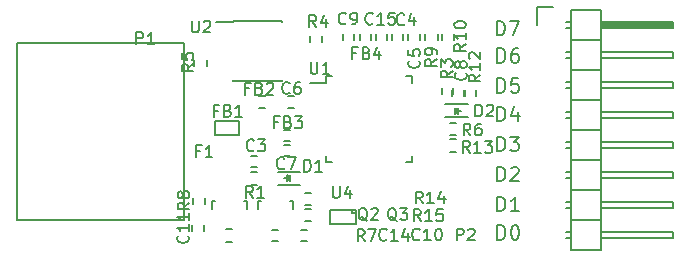
<source format=gbr>
G04 #@! TF.FileFunction,Legend,Top*
%FSLAX46Y46*%
G04 Gerber Fmt 4.6, Leading zero omitted, Abs format (unit mm)*
G04 Created by KiCad (PCBNEW 4.0.1-stable) date 25/01/2016 21:34:26*
%MOMM*%
G01*
G04 APERTURE LIST*
%ADD10C,0.150000*%
%ADD11C,0.200000*%
G04 APERTURE END LIST*
D10*
D11*
X181613286Y-104428857D02*
X181613286Y-103228857D01*
X181899001Y-103228857D01*
X182070429Y-103286000D01*
X182184715Y-103400286D01*
X182241858Y-103514571D01*
X182299001Y-103743143D01*
X182299001Y-103914571D01*
X182241858Y-104143143D01*
X182184715Y-104257429D01*
X182070429Y-104371714D01*
X181899001Y-104428857D01*
X181613286Y-104428857D01*
X183041858Y-103228857D02*
X183156143Y-103228857D01*
X183270429Y-103286000D01*
X183327572Y-103343143D01*
X183384715Y-103457429D01*
X183441858Y-103686000D01*
X183441858Y-103971714D01*
X183384715Y-104200286D01*
X183327572Y-104314571D01*
X183270429Y-104371714D01*
X183156143Y-104428857D01*
X183041858Y-104428857D01*
X182927572Y-104371714D01*
X182870429Y-104314571D01*
X182813286Y-104200286D01*
X182756143Y-103971714D01*
X182756143Y-103686000D01*
X182813286Y-103457429D01*
X182870429Y-103343143D01*
X182927572Y-103286000D01*
X183041858Y-103228857D01*
X181613286Y-102015857D02*
X181613286Y-100815857D01*
X181899001Y-100815857D01*
X182070429Y-100873000D01*
X182184715Y-100987286D01*
X182241858Y-101101571D01*
X182299001Y-101330143D01*
X182299001Y-101501571D01*
X182241858Y-101730143D01*
X182184715Y-101844429D01*
X182070429Y-101958714D01*
X181899001Y-102015857D01*
X181613286Y-102015857D01*
X183441858Y-102015857D02*
X182756143Y-102015857D01*
X183099001Y-102015857D02*
X183099001Y-100815857D01*
X182984715Y-100987286D01*
X182870429Y-101101571D01*
X182756143Y-101158714D01*
X181613286Y-99475857D02*
X181613286Y-98275857D01*
X181899001Y-98275857D01*
X182070429Y-98333000D01*
X182184715Y-98447286D01*
X182241858Y-98561571D01*
X182299001Y-98790143D01*
X182299001Y-98961571D01*
X182241858Y-99190143D01*
X182184715Y-99304429D01*
X182070429Y-99418714D01*
X181899001Y-99475857D01*
X181613286Y-99475857D01*
X182756143Y-98390143D02*
X182813286Y-98333000D01*
X182927572Y-98275857D01*
X183213286Y-98275857D01*
X183327572Y-98333000D01*
X183384715Y-98390143D01*
X183441858Y-98504429D01*
X183441858Y-98618714D01*
X183384715Y-98790143D01*
X182699001Y-99475857D01*
X183441858Y-99475857D01*
X181613286Y-96935857D02*
X181613286Y-95735857D01*
X181899001Y-95735857D01*
X182070429Y-95793000D01*
X182184715Y-95907286D01*
X182241858Y-96021571D01*
X182299001Y-96250143D01*
X182299001Y-96421571D01*
X182241858Y-96650143D01*
X182184715Y-96764429D01*
X182070429Y-96878714D01*
X181899001Y-96935857D01*
X181613286Y-96935857D01*
X182699001Y-95735857D02*
X183441858Y-95735857D01*
X183041858Y-96193000D01*
X183213286Y-96193000D01*
X183327572Y-96250143D01*
X183384715Y-96307286D01*
X183441858Y-96421571D01*
X183441858Y-96707286D01*
X183384715Y-96821571D01*
X183327572Y-96878714D01*
X183213286Y-96935857D01*
X182870429Y-96935857D01*
X182756143Y-96878714D01*
X182699001Y-96821571D01*
X181613286Y-94395857D02*
X181613286Y-93195857D01*
X181899001Y-93195857D01*
X182070429Y-93253000D01*
X182184715Y-93367286D01*
X182241858Y-93481571D01*
X182299001Y-93710143D01*
X182299001Y-93881571D01*
X182241858Y-94110143D01*
X182184715Y-94224429D01*
X182070429Y-94338714D01*
X181899001Y-94395857D01*
X181613286Y-94395857D01*
X183327572Y-93595857D02*
X183327572Y-94395857D01*
X183041858Y-93138714D02*
X182756143Y-93995857D01*
X183499001Y-93995857D01*
X181613286Y-91982857D02*
X181613286Y-90782857D01*
X181899001Y-90782857D01*
X182070429Y-90840000D01*
X182184715Y-90954286D01*
X182241858Y-91068571D01*
X182299001Y-91297143D01*
X182299001Y-91468571D01*
X182241858Y-91697143D01*
X182184715Y-91811429D01*
X182070429Y-91925714D01*
X181899001Y-91982857D01*
X181613286Y-91982857D01*
X183384715Y-90782857D02*
X182813286Y-90782857D01*
X182756143Y-91354286D01*
X182813286Y-91297143D01*
X182927572Y-91240000D01*
X183213286Y-91240000D01*
X183327572Y-91297143D01*
X183384715Y-91354286D01*
X183441858Y-91468571D01*
X183441858Y-91754286D01*
X183384715Y-91868571D01*
X183327572Y-91925714D01*
X183213286Y-91982857D01*
X182927572Y-91982857D01*
X182813286Y-91925714D01*
X182756143Y-91868571D01*
X181613286Y-89442857D02*
X181613286Y-88242857D01*
X181899001Y-88242857D01*
X182070429Y-88300000D01*
X182184715Y-88414286D01*
X182241858Y-88528571D01*
X182299001Y-88757143D01*
X182299001Y-88928571D01*
X182241858Y-89157143D01*
X182184715Y-89271429D01*
X182070429Y-89385714D01*
X181899001Y-89442857D01*
X181613286Y-89442857D01*
X183327572Y-88242857D02*
X183099001Y-88242857D01*
X182984715Y-88300000D01*
X182927572Y-88357143D01*
X182813286Y-88528571D01*
X182756143Y-88757143D01*
X182756143Y-89214286D01*
X182813286Y-89328571D01*
X182870429Y-89385714D01*
X182984715Y-89442857D01*
X183213286Y-89442857D01*
X183327572Y-89385714D01*
X183384715Y-89328571D01*
X183441858Y-89214286D01*
X183441858Y-88928571D01*
X183384715Y-88814286D01*
X183327572Y-88757143D01*
X183213286Y-88700000D01*
X182984715Y-88700000D01*
X182870429Y-88757143D01*
X182813286Y-88814286D01*
X182756143Y-88928571D01*
X181587886Y-87131457D02*
X181587886Y-85931457D01*
X181873601Y-85931457D01*
X182045029Y-85988600D01*
X182159315Y-86102886D01*
X182216458Y-86217171D01*
X182273601Y-86445743D01*
X182273601Y-86617171D01*
X182216458Y-86845743D01*
X182159315Y-86960029D01*
X182045029Y-87074314D01*
X181873601Y-87131457D01*
X181587886Y-87131457D01*
X182673601Y-85931457D02*
X183473601Y-85931457D01*
X182959315Y-87131457D01*
D10*
X155069120Y-102743860D02*
X140972120Y-102743860D01*
X140972120Y-87757860D02*
X155069120Y-87757860D01*
X155069120Y-102743860D02*
X155069120Y-87757860D01*
X140972120Y-102743860D02*
X140972120Y-87757860D01*
X161286000Y-97315000D02*
X160786000Y-97315000D01*
X160786000Y-98265000D02*
X161286000Y-98265000D01*
X172689500Y-87062500D02*
X172689500Y-87562500D01*
X173639500Y-87562500D02*
X173639500Y-87062500D01*
X174086500Y-87062500D02*
X174086500Y-87562500D01*
X175036500Y-87562500D02*
X175036500Y-87062500D01*
X164397500Y-92298500D02*
X163897500Y-92298500D01*
X163897500Y-93248500D02*
X164397500Y-93248500D01*
X163580000Y-97376000D02*
X164080000Y-97376000D01*
X164080000Y-96426000D02*
X163580000Y-96426000D01*
X176944000Y-91571000D02*
X176944000Y-92071000D01*
X177894000Y-92071000D02*
X177894000Y-91571000D01*
X168562000Y-87062500D02*
X168562000Y-87562500D01*
X169512000Y-87562500D02*
X169512000Y-87062500D01*
X165477000Y-103601500D02*
X164977000Y-103601500D01*
X164977000Y-104551500D02*
X165477000Y-104551500D01*
X155798500Y-103191500D02*
X155798500Y-103691500D01*
X156748500Y-103691500D02*
X156748500Y-103191500D01*
X164930000Y-98700500D02*
X163030000Y-98700500D01*
X164930000Y-99800500D02*
X163030000Y-99800500D01*
X164030000Y-99250500D02*
X163580000Y-99250500D01*
X164080000Y-99500500D02*
X164080000Y-99000500D01*
X164080000Y-99250500D02*
X163830000Y-99500500D01*
X163830000Y-99500500D02*
X163830000Y-99000500D01*
X163830000Y-99000500D02*
X164080000Y-99250500D01*
X177208000Y-94085500D02*
X179108000Y-94085500D01*
X177208000Y-92985500D02*
X179108000Y-92985500D01*
X178108000Y-93535500D02*
X178558000Y-93535500D01*
X178058000Y-93285500D02*
X178058000Y-93785500D01*
X178058000Y-93535500D02*
X178308000Y-93285500D01*
X178308000Y-93285500D02*
X178308000Y-93785500D01*
X178308000Y-93785500D02*
X178058000Y-93535500D01*
X160239660Y-101140260D02*
X160191400Y-101140260D01*
X157440680Y-101841300D02*
X157440680Y-101140260D01*
X157440680Y-101140260D02*
X157689600Y-101140260D01*
X160239660Y-101140260D02*
X160440320Y-101140260D01*
X160440320Y-101140260D02*
X160440320Y-101841300D01*
X164113160Y-101140260D02*
X164064900Y-101140260D01*
X161314180Y-101841300D02*
X161314180Y-101140260D01*
X161314180Y-101140260D02*
X161563100Y-101140260D01*
X164113160Y-101140260D02*
X164313820Y-101140260D01*
X164313820Y-101140260D02*
X164313820Y-101841300D01*
X161286000Y-98725500D02*
X160786000Y-98725500D01*
X160786000Y-99775500D02*
X161286000Y-99775500D01*
X178858400Y-92274200D02*
X178858400Y-91774200D01*
X177808400Y-91774200D02*
X177808400Y-92274200D01*
X165718000Y-87189500D02*
X165718000Y-87689500D01*
X166768000Y-87689500D02*
X166768000Y-87189500D01*
X156989000Y-89721500D02*
X156989000Y-89221500D01*
X155939000Y-89221500D02*
X155939000Y-89721500D01*
X177613500Y-95584500D02*
X178113500Y-95584500D01*
X178113500Y-94534500D02*
X177613500Y-94534500D01*
X159127000Y-103551500D02*
X158627000Y-103551500D01*
X158627000Y-104601500D02*
X159127000Y-104601500D01*
X155812000Y-100943600D02*
X155812000Y-101443600D01*
X156862000Y-101443600D02*
X156862000Y-100943600D01*
X175497000Y-87062500D02*
X175497000Y-87562500D01*
X176547000Y-87562500D02*
X176547000Y-87062500D01*
X177944000Y-87562500D02*
X177944000Y-87062500D01*
X176894000Y-87062500D02*
X176894000Y-87562500D01*
X179823600Y-92274200D02*
X179823600Y-91774200D01*
X178773600Y-91774200D02*
X178773600Y-92274200D01*
X177613500Y-96981500D02*
X178113500Y-96981500D01*
X178113500Y-95931500D02*
X177613500Y-95931500D01*
X165807200Y-100490800D02*
X165307200Y-100490800D01*
X165307200Y-101540800D02*
X165807200Y-101540800D01*
X162500500Y-104551500D02*
X163000500Y-104551500D01*
X163000500Y-103601500D02*
X162500500Y-103601500D01*
X172306000Y-87562500D02*
X172306000Y-87062500D01*
X171356000Y-87062500D02*
X171356000Y-87562500D01*
X165807200Y-101811600D02*
X165307200Y-101811600D01*
X165307200Y-102861600D02*
X165807200Y-102861600D01*
X159215000Y-85880500D02*
X159215000Y-86025500D01*
X163365000Y-85880500D02*
X163365000Y-86025500D01*
X163365000Y-91030500D02*
X163365000Y-90885500D01*
X159215000Y-91030500D02*
X159215000Y-90885500D01*
X159215000Y-85880500D02*
X163365000Y-85880500D01*
X159215000Y-91030500D02*
X163365000Y-91030500D01*
X159215000Y-86025500D02*
X157815000Y-86025500D01*
X169629000Y-102189000D02*
X169329000Y-102189000D01*
X169329000Y-102189000D02*
X169329000Y-101889000D01*
X167429000Y-103089000D02*
X169629000Y-103089000D01*
X169629000Y-103089000D02*
X169629000Y-101889000D01*
X169629000Y-101889000D02*
X167429000Y-101889000D01*
X167429000Y-101889000D02*
X167429000Y-103089000D01*
X157750000Y-94396000D02*
X159750000Y-94396000D01*
X159750000Y-94396000D02*
X159750000Y-95596000D01*
X159750000Y-95596000D02*
X157750000Y-95596000D01*
X157750000Y-95596000D02*
X157750000Y-94396000D01*
X157750000Y-94396000D02*
X157950000Y-94396000D01*
X161921000Y-92298500D02*
X161421000Y-92298500D01*
X161421000Y-93248500D02*
X161921000Y-93248500D01*
X164080000Y-95156000D02*
X163580000Y-95156000D01*
X163580000Y-96106000D02*
X164080000Y-96106000D01*
X170909000Y-87562500D02*
X170909000Y-87062500D01*
X169959000Y-87062500D02*
X169959000Y-87562500D01*
X185009000Y-84708400D02*
X185009000Y-86258400D01*
X186309000Y-84708400D02*
X185009000Y-84708400D01*
X190500000Y-86131400D02*
X196342000Y-86131400D01*
X196342000Y-86131400D02*
X196342000Y-86385400D01*
X196342000Y-86385400D02*
X190500000Y-86385400D01*
X190500000Y-86385400D02*
X190500000Y-86258400D01*
X190500000Y-86258400D02*
X196342000Y-86258400D01*
X187833000Y-103784400D02*
X187452000Y-103784400D01*
X187833000Y-104292400D02*
X187452000Y-104292400D01*
X187833000Y-86004400D02*
X187452000Y-86004400D01*
X187833000Y-86512400D02*
X187452000Y-86512400D01*
X187833000Y-88544400D02*
X187452000Y-88544400D01*
X187833000Y-89052400D02*
X187452000Y-89052400D01*
X187833000Y-91084400D02*
X187452000Y-91084400D01*
X187833000Y-91592400D02*
X187452000Y-91592400D01*
X187833000Y-101752400D02*
X187452000Y-101752400D01*
X187833000Y-101244400D02*
X187452000Y-101244400D01*
X187833000Y-99212400D02*
X187452000Y-99212400D01*
X187833000Y-98704400D02*
X187452000Y-98704400D01*
X187833000Y-96672400D02*
X187452000Y-96672400D01*
X187833000Y-96164400D02*
X187452000Y-96164400D01*
X187833000Y-94132400D02*
X187452000Y-94132400D01*
X187833000Y-93624400D02*
X187452000Y-93624400D01*
X187833000Y-100228400D02*
X190373000Y-100228400D01*
X187833000Y-100228400D02*
X187833000Y-102768400D01*
X187833000Y-102768400D02*
X190373000Y-102768400D01*
X190373000Y-101244400D02*
X196469000Y-101244400D01*
X196469000Y-101244400D02*
X196469000Y-101752400D01*
X196469000Y-101752400D02*
X190373000Y-101752400D01*
X190373000Y-102768400D02*
X190373000Y-100228400D01*
X190373000Y-105308400D02*
X190373000Y-102768400D01*
X196469000Y-104292400D02*
X190373000Y-104292400D01*
X196469000Y-103784400D02*
X196469000Y-104292400D01*
X190373000Y-103784400D02*
X196469000Y-103784400D01*
X187833000Y-102768400D02*
X187833000Y-105308400D01*
X187833000Y-102768400D02*
X190373000Y-102768400D01*
X187833000Y-105308400D02*
X190373000Y-105308400D01*
X187833000Y-84988400D02*
X190373000Y-84988400D01*
X187833000Y-87528400D02*
X190373000Y-87528400D01*
X187833000Y-87528400D02*
X187833000Y-90068400D01*
X187833000Y-90068400D02*
X190373000Y-90068400D01*
X190373000Y-88544400D02*
X196469000Y-88544400D01*
X196469000Y-88544400D02*
X196469000Y-89052400D01*
X196469000Y-89052400D02*
X190373000Y-89052400D01*
X190373000Y-90068400D02*
X190373000Y-87528400D01*
X190373000Y-87528400D02*
X190373000Y-84988400D01*
X196469000Y-86512400D02*
X190373000Y-86512400D01*
X196469000Y-86004400D02*
X196469000Y-86512400D01*
X190373000Y-86004400D02*
X196469000Y-86004400D01*
X187833000Y-87528400D02*
X190373000Y-87528400D01*
X187833000Y-84988400D02*
X187833000Y-87528400D01*
X187833000Y-95148400D02*
X190373000Y-95148400D01*
X187833000Y-95148400D02*
X187833000Y-97688400D01*
X187833000Y-97688400D02*
X190373000Y-97688400D01*
X190373000Y-96164400D02*
X196469000Y-96164400D01*
X196469000Y-96164400D02*
X196469000Y-96672400D01*
X196469000Y-96672400D02*
X190373000Y-96672400D01*
X190373000Y-97688400D02*
X190373000Y-95148400D01*
X190373000Y-100228400D02*
X190373000Y-97688400D01*
X196469000Y-99212400D02*
X190373000Y-99212400D01*
X196469000Y-98704400D02*
X196469000Y-99212400D01*
X190373000Y-98704400D02*
X196469000Y-98704400D01*
X187833000Y-100228400D02*
X190373000Y-100228400D01*
X187833000Y-97688400D02*
X187833000Y-100228400D01*
X187833000Y-97688400D02*
X190373000Y-97688400D01*
X187833000Y-92608400D02*
X190373000Y-92608400D01*
X187833000Y-92608400D02*
X187833000Y-95148400D01*
X187833000Y-95148400D02*
X190373000Y-95148400D01*
X190373000Y-93624400D02*
X196469000Y-93624400D01*
X196469000Y-93624400D02*
X196469000Y-94132400D01*
X196469000Y-94132400D02*
X190373000Y-94132400D01*
X190373000Y-95148400D02*
X190373000Y-92608400D01*
X190373000Y-92608400D02*
X190373000Y-90068400D01*
X196469000Y-91592400D02*
X190373000Y-91592400D01*
X196469000Y-91084400D02*
X196469000Y-91592400D01*
X190373000Y-91084400D02*
X196469000Y-91084400D01*
X187833000Y-92608400D02*
X190373000Y-92608400D01*
X187833000Y-90068400D02*
X187833000Y-92608400D01*
X187833000Y-90068400D02*
X190373000Y-90068400D01*
X167113800Y-90609000D02*
X167113800Y-91134000D01*
X174363800Y-90609000D02*
X174363800Y-91134000D01*
X174363800Y-97859000D02*
X174363800Y-97334000D01*
X167113800Y-97859000D02*
X167113800Y-97334000D01*
X167113800Y-90609000D02*
X167638800Y-90609000D01*
X167113800Y-97859000D02*
X167638800Y-97859000D01*
X174363800Y-97859000D02*
X173838800Y-97859000D01*
X174363800Y-90609000D02*
X173838800Y-90609000D01*
X167113800Y-91134000D02*
X165738800Y-91134000D01*
X151052305Y-87879181D02*
X151052305Y-86879181D01*
X151433258Y-86879181D01*
X151528496Y-86926800D01*
X151576115Y-86974419D01*
X151623734Y-87069657D01*
X151623734Y-87212514D01*
X151576115Y-87307752D01*
X151528496Y-87355371D01*
X151433258Y-87402990D01*
X151052305Y-87402990D01*
X152576115Y-87879181D02*
X152004686Y-87879181D01*
X152290400Y-87879181D02*
X152290400Y-86879181D01*
X152195162Y-87022038D01*
X152099924Y-87117276D01*
X152004686Y-87164895D01*
X160996334Y-96851743D02*
X160948715Y-96899362D01*
X160805858Y-96946981D01*
X160710620Y-96946981D01*
X160567762Y-96899362D01*
X160472524Y-96804124D01*
X160424905Y-96708886D01*
X160377286Y-96518410D01*
X160377286Y-96375552D01*
X160424905Y-96185076D01*
X160472524Y-96089838D01*
X160567762Y-95994600D01*
X160710620Y-95946981D01*
X160805858Y-95946981D01*
X160948715Y-95994600D01*
X160996334Y-96042219D01*
X161329667Y-95946981D02*
X161948715Y-95946981D01*
X161615381Y-96327933D01*
X161758239Y-96327933D01*
X161853477Y-96375552D01*
X161901096Y-96423171D01*
X161948715Y-96518410D01*
X161948715Y-96756505D01*
X161901096Y-96851743D01*
X161853477Y-96899362D01*
X161758239Y-96946981D01*
X161472524Y-96946981D01*
X161377286Y-96899362D01*
X161329667Y-96851743D01*
X173721734Y-86183743D02*
X173674115Y-86231362D01*
X173531258Y-86278981D01*
X173436020Y-86278981D01*
X173293162Y-86231362D01*
X173197924Y-86136124D01*
X173150305Y-86040886D01*
X173102686Y-85850410D01*
X173102686Y-85707552D01*
X173150305Y-85517076D01*
X173197924Y-85421838D01*
X173293162Y-85326600D01*
X173436020Y-85278981D01*
X173531258Y-85278981D01*
X173674115Y-85326600D01*
X173721734Y-85374219D01*
X174578877Y-85612314D02*
X174578877Y-86278981D01*
X174340781Y-85231362D02*
X174102686Y-85945648D01*
X174721734Y-85945648D01*
X174956743Y-89269866D02*
X175004362Y-89317485D01*
X175051981Y-89460342D01*
X175051981Y-89555580D01*
X175004362Y-89698438D01*
X174909124Y-89793676D01*
X174813886Y-89841295D01*
X174623410Y-89888914D01*
X174480552Y-89888914D01*
X174290076Y-89841295D01*
X174194838Y-89793676D01*
X174099600Y-89698438D01*
X174051981Y-89555580D01*
X174051981Y-89460342D01*
X174099600Y-89317485D01*
X174147219Y-89269866D01*
X174051981Y-88365104D02*
X174051981Y-88841295D01*
X174528171Y-88888914D01*
X174480552Y-88841295D01*
X174432933Y-88746057D01*
X174432933Y-88507961D01*
X174480552Y-88412723D01*
X174528171Y-88365104D01*
X174623410Y-88317485D01*
X174861505Y-88317485D01*
X174956743Y-88365104D01*
X175004362Y-88412723D01*
X175051981Y-88507961D01*
X175051981Y-88746057D01*
X175004362Y-88841295D01*
X174956743Y-88888914D01*
X164018934Y-92000343D02*
X163971315Y-92047962D01*
X163828458Y-92095581D01*
X163733220Y-92095581D01*
X163590362Y-92047962D01*
X163495124Y-91952724D01*
X163447505Y-91857486D01*
X163399886Y-91667010D01*
X163399886Y-91524152D01*
X163447505Y-91333676D01*
X163495124Y-91238438D01*
X163590362Y-91143200D01*
X163733220Y-91095581D01*
X163828458Y-91095581D01*
X163971315Y-91143200D01*
X164018934Y-91190819D01*
X164876077Y-91095581D02*
X164685600Y-91095581D01*
X164590362Y-91143200D01*
X164542743Y-91190819D01*
X164447505Y-91333676D01*
X164399886Y-91524152D01*
X164399886Y-91905105D01*
X164447505Y-92000343D01*
X164495124Y-92047962D01*
X164590362Y-92095581D01*
X164780839Y-92095581D01*
X164876077Y-92047962D01*
X164923696Y-92000343D01*
X164971315Y-91905105D01*
X164971315Y-91667010D01*
X164923696Y-91571771D01*
X164876077Y-91524152D01*
X164780839Y-91476533D01*
X164590362Y-91476533D01*
X164495124Y-91524152D01*
X164447505Y-91571771D01*
X164399886Y-91667010D01*
X163561734Y-98375743D02*
X163514115Y-98423362D01*
X163371258Y-98470981D01*
X163276020Y-98470981D01*
X163133162Y-98423362D01*
X163037924Y-98328124D01*
X162990305Y-98232886D01*
X162942686Y-98042410D01*
X162942686Y-97899552D01*
X162990305Y-97709076D01*
X163037924Y-97613838D01*
X163133162Y-97518600D01*
X163276020Y-97470981D01*
X163371258Y-97470981D01*
X163514115Y-97518600D01*
X163561734Y-97566219D01*
X163895067Y-97470981D02*
X164561734Y-97470981D01*
X164133162Y-98470981D01*
X178919143Y-90285866D02*
X178966762Y-90333485D01*
X179014381Y-90476342D01*
X179014381Y-90571580D01*
X178966762Y-90714438D01*
X178871524Y-90809676D01*
X178776286Y-90857295D01*
X178585810Y-90904914D01*
X178442952Y-90904914D01*
X178252476Y-90857295D01*
X178157238Y-90809676D01*
X178062000Y-90714438D01*
X178014381Y-90571580D01*
X178014381Y-90476342D01*
X178062000Y-90333485D01*
X178109619Y-90285866D01*
X178442952Y-89714438D02*
X178395333Y-89809676D01*
X178347714Y-89857295D01*
X178252476Y-89904914D01*
X178204857Y-89904914D01*
X178109619Y-89857295D01*
X178062000Y-89809676D01*
X178014381Y-89714438D01*
X178014381Y-89523961D01*
X178062000Y-89428723D01*
X178109619Y-89381104D01*
X178204857Y-89333485D01*
X178252476Y-89333485D01*
X178347714Y-89381104D01*
X178395333Y-89428723D01*
X178442952Y-89523961D01*
X178442952Y-89714438D01*
X178490571Y-89809676D01*
X178538190Y-89857295D01*
X178633429Y-89904914D01*
X178823905Y-89904914D01*
X178919143Y-89857295D01*
X178966762Y-89809676D01*
X179014381Y-89714438D01*
X179014381Y-89523961D01*
X178966762Y-89428723D01*
X178919143Y-89381104D01*
X178823905Y-89333485D01*
X178633429Y-89333485D01*
X178538190Y-89381104D01*
X178490571Y-89428723D01*
X178442952Y-89523961D01*
X168794134Y-86107543D02*
X168746515Y-86155162D01*
X168603658Y-86202781D01*
X168508420Y-86202781D01*
X168365562Y-86155162D01*
X168270324Y-86059924D01*
X168222705Y-85964686D01*
X168175086Y-85774210D01*
X168175086Y-85631352D01*
X168222705Y-85440876D01*
X168270324Y-85345638D01*
X168365562Y-85250400D01*
X168508420Y-85202781D01*
X168603658Y-85202781D01*
X168746515Y-85250400D01*
X168794134Y-85298019D01*
X169270324Y-86202781D02*
X169460800Y-86202781D01*
X169556039Y-86155162D01*
X169603658Y-86107543D01*
X169698896Y-85964686D01*
X169746515Y-85774210D01*
X169746515Y-85393257D01*
X169698896Y-85298019D01*
X169651277Y-85250400D01*
X169556039Y-85202781D01*
X169365562Y-85202781D01*
X169270324Y-85250400D01*
X169222705Y-85298019D01*
X169175086Y-85393257D01*
X169175086Y-85631352D01*
X169222705Y-85726590D01*
X169270324Y-85774210D01*
X169365562Y-85821829D01*
X169556039Y-85821829D01*
X169651277Y-85774210D01*
X169698896Y-85726590D01*
X169746515Y-85631352D01*
X175023543Y-104395543D02*
X174975924Y-104443162D01*
X174833067Y-104490781D01*
X174737829Y-104490781D01*
X174594971Y-104443162D01*
X174499733Y-104347924D01*
X174452114Y-104252686D01*
X174404495Y-104062210D01*
X174404495Y-103919352D01*
X174452114Y-103728876D01*
X174499733Y-103633638D01*
X174594971Y-103538400D01*
X174737829Y-103490781D01*
X174833067Y-103490781D01*
X174975924Y-103538400D01*
X175023543Y-103586019D01*
X175975924Y-104490781D02*
X175404495Y-104490781D01*
X175690209Y-104490781D02*
X175690209Y-103490781D01*
X175594971Y-103633638D01*
X175499733Y-103728876D01*
X175404495Y-103776495D01*
X176594971Y-103490781D02*
X176690210Y-103490781D01*
X176785448Y-103538400D01*
X176833067Y-103586019D01*
X176880686Y-103681257D01*
X176928305Y-103871733D01*
X176928305Y-104109829D01*
X176880686Y-104300305D01*
X176833067Y-104395543D01*
X176785448Y-104443162D01*
X176690210Y-104490781D01*
X176594971Y-104490781D01*
X176499733Y-104443162D01*
X176452114Y-104395543D01*
X176404495Y-104300305D01*
X176356876Y-104109829D01*
X176356876Y-103871733D01*
X176404495Y-103681257D01*
X176452114Y-103586019D01*
X176499733Y-103538400D01*
X176594971Y-103490781D01*
X155398743Y-104097057D02*
X155446362Y-104144676D01*
X155493981Y-104287533D01*
X155493981Y-104382771D01*
X155446362Y-104525629D01*
X155351124Y-104620867D01*
X155255886Y-104668486D01*
X155065410Y-104716105D01*
X154922552Y-104716105D01*
X154732076Y-104668486D01*
X154636838Y-104620867D01*
X154541600Y-104525629D01*
X154493981Y-104382771D01*
X154493981Y-104287533D01*
X154541600Y-104144676D01*
X154589219Y-104097057D01*
X155493981Y-103144676D02*
X155493981Y-103716105D01*
X155493981Y-103430391D02*
X154493981Y-103430391D01*
X154636838Y-103525629D01*
X154732076Y-103620867D01*
X154779695Y-103716105D01*
X155493981Y-102192295D02*
X155493981Y-102763724D01*
X155493981Y-102478010D02*
X154493981Y-102478010D01*
X154636838Y-102573248D01*
X154732076Y-102668486D01*
X154779695Y-102763724D01*
X165250905Y-98674181D02*
X165250905Y-97674181D01*
X165489000Y-97674181D01*
X165631858Y-97721800D01*
X165727096Y-97817038D01*
X165774715Y-97912276D01*
X165822334Y-98102752D01*
X165822334Y-98245610D01*
X165774715Y-98436086D01*
X165727096Y-98531324D01*
X165631858Y-98626562D01*
X165489000Y-98674181D01*
X165250905Y-98674181D01*
X166774715Y-98674181D02*
X166203286Y-98674181D01*
X166489000Y-98674181D02*
X166489000Y-97674181D01*
X166393762Y-97817038D01*
X166298524Y-97912276D01*
X166203286Y-97959895D01*
X179754305Y-94000581D02*
X179754305Y-93000581D01*
X179992400Y-93000581D01*
X180135258Y-93048200D01*
X180230496Y-93143438D01*
X180278115Y-93238676D01*
X180325734Y-93429152D01*
X180325734Y-93572010D01*
X180278115Y-93762486D01*
X180230496Y-93857724D01*
X180135258Y-93952962D01*
X179992400Y-94000581D01*
X179754305Y-94000581D01*
X180706686Y-93095819D02*
X180754305Y-93048200D01*
X180849543Y-93000581D01*
X181087639Y-93000581D01*
X181182877Y-93048200D01*
X181230496Y-93095819D01*
X181278115Y-93191057D01*
X181278115Y-93286295D01*
X181230496Y-93429152D01*
X180659067Y-94000581D01*
X181278115Y-94000581D01*
X170592762Y-102858819D02*
X170497524Y-102811200D01*
X170402286Y-102715962D01*
X170259429Y-102573105D01*
X170164190Y-102525486D01*
X170068952Y-102525486D01*
X170116571Y-102763581D02*
X170021333Y-102715962D01*
X169926095Y-102620724D01*
X169878476Y-102430248D01*
X169878476Y-102096914D01*
X169926095Y-101906438D01*
X170021333Y-101811200D01*
X170116571Y-101763581D01*
X170307048Y-101763581D01*
X170402286Y-101811200D01*
X170497524Y-101906438D01*
X170545143Y-102096914D01*
X170545143Y-102430248D01*
X170497524Y-102620724D01*
X170402286Y-102715962D01*
X170307048Y-102763581D01*
X170116571Y-102763581D01*
X170926095Y-101858819D02*
X170973714Y-101811200D01*
X171068952Y-101763581D01*
X171307048Y-101763581D01*
X171402286Y-101811200D01*
X171449905Y-101858819D01*
X171497524Y-101954057D01*
X171497524Y-102049295D01*
X171449905Y-102192152D01*
X170878476Y-102763581D01*
X171497524Y-102763581D01*
X173081962Y-102858819D02*
X172986724Y-102811200D01*
X172891486Y-102715962D01*
X172748629Y-102573105D01*
X172653390Y-102525486D01*
X172558152Y-102525486D01*
X172605771Y-102763581D02*
X172510533Y-102715962D01*
X172415295Y-102620724D01*
X172367676Y-102430248D01*
X172367676Y-102096914D01*
X172415295Y-101906438D01*
X172510533Y-101811200D01*
X172605771Y-101763581D01*
X172796248Y-101763581D01*
X172891486Y-101811200D01*
X172986724Y-101906438D01*
X173034343Y-102096914D01*
X173034343Y-102430248D01*
X172986724Y-102620724D01*
X172891486Y-102715962D01*
X172796248Y-102763581D01*
X172605771Y-102763581D01*
X173367676Y-101763581D02*
X173986724Y-101763581D01*
X173653390Y-102144533D01*
X173796248Y-102144533D01*
X173891486Y-102192152D01*
X173939105Y-102239771D01*
X173986724Y-102335010D01*
X173986724Y-102573105D01*
X173939105Y-102668343D01*
X173891486Y-102715962D01*
X173796248Y-102763581D01*
X173510533Y-102763581D01*
X173415295Y-102715962D01*
X173367676Y-102668343D01*
X160894734Y-100883981D02*
X160561400Y-100407790D01*
X160323305Y-100883981D02*
X160323305Y-99883981D01*
X160704258Y-99883981D01*
X160799496Y-99931600D01*
X160847115Y-99979219D01*
X160894734Y-100074457D01*
X160894734Y-100217314D01*
X160847115Y-100312552D01*
X160799496Y-100360171D01*
X160704258Y-100407790D01*
X160323305Y-100407790D01*
X161847115Y-100883981D02*
X161275686Y-100883981D01*
X161561400Y-100883981D02*
X161561400Y-99883981D01*
X161466162Y-100026838D01*
X161370924Y-100122076D01*
X161275686Y-100169695D01*
X177820581Y-90133466D02*
X177344390Y-90466800D01*
X177820581Y-90704895D02*
X176820581Y-90704895D01*
X176820581Y-90323942D01*
X176868200Y-90228704D01*
X176915819Y-90181085D01*
X177011057Y-90133466D01*
X177153914Y-90133466D01*
X177249152Y-90181085D01*
X177296771Y-90228704D01*
X177344390Y-90323942D01*
X177344390Y-90704895D01*
X176820581Y-89800133D02*
X176820581Y-89181085D01*
X177201533Y-89514419D01*
X177201533Y-89371561D01*
X177249152Y-89276323D01*
X177296771Y-89228704D01*
X177392010Y-89181085D01*
X177630105Y-89181085D01*
X177725343Y-89228704D01*
X177772962Y-89276323D01*
X177820581Y-89371561D01*
X177820581Y-89657276D01*
X177772962Y-89752514D01*
X177725343Y-89800133D01*
X166279534Y-86431381D02*
X165946200Y-85955190D01*
X165708105Y-86431381D02*
X165708105Y-85431381D01*
X166089058Y-85431381D01*
X166184296Y-85479000D01*
X166231915Y-85526619D01*
X166279534Y-85621857D01*
X166279534Y-85764714D01*
X166231915Y-85859952D01*
X166184296Y-85907571D01*
X166089058Y-85955190D01*
X165708105Y-85955190D01*
X167136677Y-85764714D02*
X167136677Y-86431381D01*
X166898581Y-85383762D02*
X166660486Y-86098048D01*
X167279534Y-86098048D01*
X155874981Y-89574666D02*
X155398790Y-89908000D01*
X155874981Y-90146095D02*
X154874981Y-90146095D01*
X154874981Y-89765142D01*
X154922600Y-89669904D01*
X154970219Y-89622285D01*
X155065457Y-89574666D01*
X155208314Y-89574666D01*
X155303552Y-89622285D01*
X155351171Y-89669904D01*
X155398790Y-89765142D01*
X155398790Y-90146095D01*
X154874981Y-88669904D02*
X154874981Y-89146095D01*
X155351171Y-89193714D01*
X155303552Y-89146095D01*
X155255933Y-89050857D01*
X155255933Y-88812761D01*
X155303552Y-88717523D01*
X155351171Y-88669904D01*
X155446410Y-88622285D01*
X155684505Y-88622285D01*
X155779743Y-88669904D01*
X155827362Y-88717523D01*
X155874981Y-88812761D01*
X155874981Y-89050857D01*
X155827362Y-89146095D01*
X155779743Y-89193714D01*
X179335134Y-95600781D02*
X179001800Y-95124590D01*
X178763705Y-95600781D02*
X178763705Y-94600781D01*
X179144658Y-94600781D01*
X179239896Y-94648400D01*
X179287515Y-94696019D01*
X179335134Y-94791257D01*
X179335134Y-94934114D01*
X179287515Y-95029352D01*
X179239896Y-95076971D01*
X179144658Y-95124590D01*
X178763705Y-95124590D01*
X180192277Y-94600781D02*
X180001800Y-94600781D01*
X179906562Y-94648400D01*
X179858943Y-94696019D01*
X179763705Y-94838876D01*
X179716086Y-95029352D01*
X179716086Y-95410305D01*
X179763705Y-95505543D01*
X179811324Y-95553162D01*
X179906562Y-95600781D01*
X180097039Y-95600781D01*
X180192277Y-95553162D01*
X180239896Y-95505543D01*
X180287515Y-95410305D01*
X180287515Y-95172210D01*
X180239896Y-95076971D01*
X180192277Y-95029352D01*
X180097039Y-94981733D01*
X179906562Y-94981733D01*
X179811324Y-95029352D01*
X179763705Y-95076971D01*
X179716086Y-95172210D01*
X170368934Y-104566981D02*
X170035600Y-104090790D01*
X169797505Y-104566981D02*
X169797505Y-103566981D01*
X170178458Y-103566981D01*
X170273696Y-103614600D01*
X170321315Y-103662219D01*
X170368934Y-103757457D01*
X170368934Y-103900314D01*
X170321315Y-103995552D01*
X170273696Y-104043171D01*
X170178458Y-104090790D01*
X169797505Y-104090790D01*
X170702267Y-103566981D02*
X171368934Y-103566981D01*
X170940362Y-104566981D01*
X155544781Y-101309466D02*
X155068590Y-101642800D01*
X155544781Y-101880895D02*
X154544781Y-101880895D01*
X154544781Y-101499942D01*
X154592400Y-101404704D01*
X154640019Y-101357085D01*
X154735257Y-101309466D01*
X154878114Y-101309466D01*
X154973352Y-101357085D01*
X155020971Y-101404704D01*
X155068590Y-101499942D01*
X155068590Y-101880895D01*
X154973352Y-100738038D02*
X154925733Y-100833276D01*
X154878114Y-100880895D01*
X154782876Y-100928514D01*
X154735257Y-100928514D01*
X154640019Y-100880895D01*
X154592400Y-100833276D01*
X154544781Y-100738038D01*
X154544781Y-100547561D01*
X154592400Y-100452323D01*
X154640019Y-100404704D01*
X154735257Y-100357085D01*
X154782876Y-100357085D01*
X154878114Y-100404704D01*
X154925733Y-100452323D01*
X154973352Y-100547561D01*
X154973352Y-100738038D01*
X155020971Y-100833276D01*
X155068590Y-100880895D01*
X155163829Y-100928514D01*
X155354305Y-100928514D01*
X155449543Y-100880895D01*
X155497162Y-100833276D01*
X155544781Y-100738038D01*
X155544781Y-100547561D01*
X155497162Y-100452323D01*
X155449543Y-100404704D01*
X155354305Y-100357085D01*
X155163829Y-100357085D01*
X155068590Y-100404704D01*
X155020971Y-100452323D01*
X154973352Y-100547561D01*
X176474381Y-89168266D02*
X175998190Y-89501600D01*
X176474381Y-89739695D02*
X175474381Y-89739695D01*
X175474381Y-89358742D01*
X175522000Y-89263504D01*
X175569619Y-89215885D01*
X175664857Y-89168266D01*
X175807714Y-89168266D01*
X175902952Y-89215885D01*
X175950571Y-89263504D01*
X175998190Y-89358742D01*
X175998190Y-89739695D01*
X176474381Y-88692076D02*
X176474381Y-88501600D01*
X176426762Y-88406361D01*
X176379143Y-88358742D01*
X176236286Y-88263504D01*
X176045810Y-88215885D01*
X175664857Y-88215885D01*
X175569619Y-88263504D01*
X175522000Y-88311123D01*
X175474381Y-88406361D01*
X175474381Y-88596838D01*
X175522000Y-88692076D01*
X175569619Y-88739695D01*
X175664857Y-88787314D01*
X175902952Y-88787314D01*
X175998190Y-88739695D01*
X176045810Y-88692076D01*
X176093429Y-88596838D01*
X176093429Y-88406361D01*
X176045810Y-88311123D01*
X175998190Y-88263504D01*
X175902952Y-88215885D01*
X178963581Y-87866457D02*
X178487390Y-88199791D01*
X178963581Y-88437886D02*
X177963581Y-88437886D01*
X177963581Y-88056933D01*
X178011200Y-87961695D01*
X178058819Y-87914076D01*
X178154057Y-87866457D01*
X178296914Y-87866457D01*
X178392152Y-87914076D01*
X178439771Y-87961695D01*
X178487390Y-88056933D01*
X178487390Y-88437886D01*
X178963581Y-86914076D02*
X178963581Y-87485505D01*
X178963581Y-87199791D02*
X177963581Y-87199791D01*
X178106438Y-87295029D01*
X178201676Y-87390267D01*
X178249295Y-87485505D01*
X177963581Y-86295029D02*
X177963581Y-86199790D01*
X178011200Y-86104552D01*
X178058819Y-86056933D01*
X178154057Y-86009314D01*
X178344533Y-85961695D01*
X178582629Y-85961695D01*
X178773105Y-86009314D01*
X178868343Y-86056933D01*
X178915962Y-86104552D01*
X178963581Y-86199790D01*
X178963581Y-86295029D01*
X178915962Y-86390267D01*
X178868343Y-86437886D01*
X178773105Y-86485505D01*
X178582629Y-86533124D01*
X178344533Y-86533124D01*
X178154057Y-86485505D01*
X178058819Y-86437886D01*
X178011200Y-86390267D01*
X177963581Y-86295029D01*
X180182781Y-90457257D02*
X179706590Y-90790591D01*
X180182781Y-91028686D02*
X179182781Y-91028686D01*
X179182781Y-90647733D01*
X179230400Y-90552495D01*
X179278019Y-90504876D01*
X179373257Y-90457257D01*
X179516114Y-90457257D01*
X179611352Y-90504876D01*
X179658971Y-90552495D01*
X179706590Y-90647733D01*
X179706590Y-91028686D01*
X180182781Y-89504876D02*
X180182781Y-90076305D01*
X180182781Y-89790591D02*
X179182781Y-89790591D01*
X179325638Y-89885829D01*
X179420876Y-89981067D01*
X179468495Y-90076305D01*
X179278019Y-89123924D02*
X179230400Y-89076305D01*
X179182781Y-88981067D01*
X179182781Y-88742971D01*
X179230400Y-88647733D01*
X179278019Y-88600114D01*
X179373257Y-88552495D01*
X179468495Y-88552495D01*
X179611352Y-88600114D01*
X180182781Y-89171543D01*
X180182781Y-88552495D01*
X179265343Y-97073981D02*
X178932009Y-96597790D01*
X178693914Y-97073981D02*
X178693914Y-96073981D01*
X179074867Y-96073981D01*
X179170105Y-96121600D01*
X179217724Y-96169219D01*
X179265343Y-96264457D01*
X179265343Y-96407314D01*
X179217724Y-96502552D01*
X179170105Y-96550171D01*
X179074867Y-96597790D01*
X178693914Y-96597790D01*
X180217724Y-97073981D02*
X179646295Y-97073981D01*
X179932009Y-97073981D02*
X179932009Y-96073981D01*
X179836771Y-96216838D01*
X179741533Y-96312076D01*
X179646295Y-96359695D01*
X180551057Y-96073981D02*
X181170105Y-96073981D01*
X180836771Y-96454933D01*
X180979629Y-96454933D01*
X181074867Y-96502552D01*
X181122486Y-96550171D01*
X181170105Y-96645410D01*
X181170105Y-96883505D01*
X181122486Y-96978743D01*
X181074867Y-97026362D01*
X180979629Y-97073981D01*
X180693914Y-97073981D01*
X180598676Y-97026362D01*
X180551057Y-96978743D01*
X175277543Y-101366581D02*
X174944209Y-100890390D01*
X174706114Y-101366581D02*
X174706114Y-100366581D01*
X175087067Y-100366581D01*
X175182305Y-100414200D01*
X175229924Y-100461819D01*
X175277543Y-100557057D01*
X175277543Y-100699914D01*
X175229924Y-100795152D01*
X175182305Y-100842771D01*
X175087067Y-100890390D01*
X174706114Y-100890390D01*
X176229924Y-101366581D02*
X175658495Y-101366581D01*
X175944209Y-101366581D02*
X175944209Y-100366581D01*
X175848971Y-100509438D01*
X175753733Y-100604676D01*
X175658495Y-100652295D01*
X177087067Y-100699914D02*
X177087067Y-101366581D01*
X176848971Y-100318962D02*
X176610876Y-101033248D01*
X177229924Y-101033248D01*
X172229543Y-104420943D02*
X172181924Y-104468562D01*
X172039067Y-104516181D01*
X171943829Y-104516181D01*
X171800971Y-104468562D01*
X171705733Y-104373324D01*
X171658114Y-104278086D01*
X171610495Y-104087610D01*
X171610495Y-103944752D01*
X171658114Y-103754276D01*
X171705733Y-103659038D01*
X171800971Y-103563800D01*
X171943829Y-103516181D01*
X172039067Y-103516181D01*
X172181924Y-103563800D01*
X172229543Y-103611419D01*
X173181924Y-104516181D02*
X172610495Y-104516181D01*
X172896209Y-104516181D02*
X172896209Y-103516181D01*
X172800971Y-103659038D01*
X172705733Y-103754276D01*
X172610495Y-103801895D01*
X174039067Y-103849514D02*
X174039067Y-104516181D01*
X173800971Y-103468562D02*
X173562876Y-104182848D01*
X174181924Y-104182848D01*
X171061143Y-86132943D02*
X171013524Y-86180562D01*
X170870667Y-86228181D01*
X170775429Y-86228181D01*
X170632571Y-86180562D01*
X170537333Y-86085324D01*
X170489714Y-85990086D01*
X170442095Y-85799610D01*
X170442095Y-85656752D01*
X170489714Y-85466276D01*
X170537333Y-85371038D01*
X170632571Y-85275800D01*
X170775429Y-85228181D01*
X170870667Y-85228181D01*
X171013524Y-85275800D01*
X171061143Y-85323419D01*
X172013524Y-86228181D02*
X171442095Y-86228181D01*
X171727809Y-86228181D02*
X171727809Y-85228181D01*
X171632571Y-85371038D01*
X171537333Y-85466276D01*
X171442095Y-85513895D01*
X172918286Y-85228181D02*
X172442095Y-85228181D01*
X172394476Y-85704371D01*
X172442095Y-85656752D01*
X172537333Y-85609133D01*
X172775429Y-85609133D01*
X172870667Y-85656752D01*
X172918286Y-85704371D01*
X172965905Y-85799610D01*
X172965905Y-86037705D01*
X172918286Y-86132943D01*
X172870667Y-86180562D01*
X172775429Y-86228181D01*
X172537333Y-86228181D01*
X172442095Y-86180562D01*
X172394476Y-86132943D01*
X175125143Y-102865181D02*
X174791809Y-102388990D01*
X174553714Y-102865181D02*
X174553714Y-101865181D01*
X174934667Y-101865181D01*
X175029905Y-101912800D01*
X175077524Y-101960419D01*
X175125143Y-102055657D01*
X175125143Y-102198514D01*
X175077524Y-102293752D01*
X175029905Y-102341371D01*
X174934667Y-102388990D01*
X174553714Y-102388990D01*
X176077524Y-102865181D02*
X175506095Y-102865181D01*
X175791809Y-102865181D02*
X175791809Y-101865181D01*
X175696571Y-102008038D01*
X175601333Y-102103276D01*
X175506095Y-102150895D01*
X176982286Y-101865181D02*
X176506095Y-101865181D01*
X176458476Y-102341371D01*
X176506095Y-102293752D01*
X176601333Y-102246133D01*
X176839429Y-102246133D01*
X176934667Y-102293752D01*
X176982286Y-102341371D01*
X177029905Y-102436610D01*
X177029905Y-102674705D01*
X176982286Y-102769943D01*
X176934667Y-102817562D01*
X176839429Y-102865181D01*
X176601333Y-102865181D01*
X176506095Y-102817562D01*
X176458476Y-102769943D01*
X156435467Y-96931171D02*
X156102133Y-96931171D01*
X156102133Y-97454981D02*
X156102133Y-96454981D01*
X156578324Y-96454981D01*
X157483086Y-97454981D02*
X156911657Y-97454981D01*
X157197371Y-97454981D02*
X157197371Y-96454981D01*
X157102133Y-96597838D01*
X157006895Y-96693076D01*
X156911657Y-96740695D01*
X155752895Y-85888581D02*
X155752895Y-86698105D01*
X155800514Y-86793343D01*
X155848133Y-86840962D01*
X155943371Y-86888581D01*
X156133848Y-86888581D01*
X156229086Y-86840962D01*
X156276705Y-86793343D01*
X156324324Y-86698105D01*
X156324324Y-85888581D01*
X156752895Y-85983819D02*
X156800514Y-85936200D01*
X156895752Y-85888581D01*
X157133848Y-85888581D01*
X157229086Y-85936200D01*
X157276705Y-85983819D01*
X157324324Y-86079057D01*
X157324324Y-86174295D01*
X157276705Y-86317152D01*
X156705276Y-86888581D01*
X157324324Y-86888581D01*
X167690895Y-99909381D02*
X167690895Y-100718905D01*
X167738514Y-100814143D01*
X167786133Y-100861762D01*
X167881371Y-100909381D01*
X168071848Y-100909381D01*
X168167086Y-100861762D01*
X168214705Y-100814143D01*
X168262324Y-100718905D01*
X168262324Y-99909381D01*
X169167086Y-100242714D02*
X169167086Y-100909381D01*
X168928990Y-99861762D02*
X168690895Y-100576048D01*
X169309943Y-100576048D01*
X157942067Y-93502171D02*
X157608733Y-93502171D01*
X157608733Y-94025981D02*
X157608733Y-93025981D01*
X158084924Y-93025981D01*
X158799210Y-93502171D02*
X158942067Y-93549790D01*
X158989686Y-93597410D01*
X159037305Y-93692648D01*
X159037305Y-93835505D01*
X158989686Y-93930743D01*
X158942067Y-93978362D01*
X158846829Y-94025981D01*
X158465876Y-94025981D01*
X158465876Y-93025981D01*
X158799210Y-93025981D01*
X158894448Y-93073600D01*
X158942067Y-93121219D01*
X158989686Y-93216457D01*
X158989686Y-93311695D01*
X158942067Y-93406933D01*
X158894448Y-93454552D01*
X158799210Y-93502171D01*
X158465876Y-93502171D01*
X159989686Y-94025981D02*
X159418257Y-94025981D01*
X159703971Y-94025981D02*
X159703971Y-93025981D01*
X159608733Y-93168838D01*
X159513495Y-93264076D01*
X159418257Y-93311695D01*
X160609067Y-91622571D02*
X160275733Y-91622571D01*
X160275733Y-92146381D02*
X160275733Y-91146381D01*
X160751924Y-91146381D01*
X161466210Y-91622571D02*
X161609067Y-91670190D01*
X161656686Y-91717810D01*
X161704305Y-91813048D01*
X161704305Y-91955905D01*
X161656686Y-92051143D01*
X161609067Y-92098762D01*
X161513829Y-92146381D01*
X161132876Y-92146381D01*
X161132876Y-91146381D01*
X161466210Y-91146381D01*
X161561448Y-91194000D01*
X161609067Y-91241619D01*
X161656686Y-91336857D01*
X161656686Y-91432095D01*
X161609067Y-91527333D01*
X161561448Y-91574952D01*
X161466210Y-91622571D01*
X161132876Y-91622571D01*
X162085257Y-91241619D02*
X162132876Y-91194000D01*
X162228114Y-91146381D01*
X162466210Y-91146381D01*
X162561448Y-91194000D01*
X162609067Y-91241619D01*
X162656686Y-91336857D01*
X162656686Y-91432095D01*
X162609067Y-91574952D01*
X162037638Y-92146381D01*
X162656686Y-92146381D01*
X163047467Y-94467371D02*
X162714133Y-94467371D01*
X162714133Y-94991181D02*
X162714133Y-93991181D01*
X163190324Y-93991181D01*
X163904610Y-94467371D02*
X164047467Y-94514990D01*
X164095086Y-94562610D01*
X164142705Y-94657848D01*
X164142705Y-94800705D01*
X164095086Y-94895943D01*
X164047467Y-94943562D01*
X163952229Y-94991181D01*
X163571276Y-94991181D01*
X163571276Y-93991181D01*
X163904610Y-93991181D01*
X163999848Y-94038800D01*
X164047467Y-94086419D01*
X164095086Y-94181657D01*
X164095086Y-94276895D01*
X164047467Y-94372133D01*
X163999848Y-94419752D01*
X163904610Y-94467371D01*
X163571276Y-94467371D01*
X164476038Y-93991181D02*
X165095086Y-93991181D01*
X164761752Y-94372133D01*
X164904610Y-94372133D01*
X164999848Y-94419752D01*
X165047467Y-94467371D01*
X165095086Y-94562610D01*
X165095086Y-94800705D01*
X165047467Y-94895943D01*
X164999848Y-94943562D01*
X164904610Y-94991181D01*
X164618895Y-94991181D01*
X164523657Y-94943562D01*
X164476038Y-94895943D01*
X169676867Y-88625371D02*
X169343533Y-88625371D01*
X169343533Y-89149181D02*
X169343533Y-88149181D01*
X169819724Y-88149181D01*
X170534010Y-88625371D02*
X170676867Y-88672990D01*
X170724486Y-88720610D01*
X170772105Y-88815848D01*
X170772105Y-88958705D01*
X170724486Y-89053943D01*
X170676867Y-89101562D01*
X170581629Y-89149181D01*
X170200676Y-89149181D01*
X170200676Y-88149181D01*
X170534010Y-88149181D01*
X170629248Y-88196800D01*
X170676867Y-88244419D01*
X170724486Y-88339657D01*
X170724486Y-88434895D01*
X170676867Y-88530133D01*
X170629248Y-88577752D01*
X170534010Y-88625371D01*
X170200676Y-88625371D01*
X171629248Y-88482514D02*
X171629248Y-89149181D01*
X171391152Y-88101562D02*
X171153057Y-88815848D01*
X171772105Y-88815848D01*
X178179505Y-104490781D02*
X178179505Y-103490781D01*
X178560458Y-103490781D01*
X178655696Y-103538400D01*
X178703315Y-103586019D01*
X178750934Y-103681257D01*
X178750934Y-103824114D01*
X178703315Y-103919352D01*
X178655696Y-103966971D01*
X178560458Y-104014590D01*
X178179505Y-104014590D01*
X179131886Y-103586019D02*
X179179505Y-103538400D01*
X179274743Y-103490781D01*
X179512839Y-103490781D01*
X179608077Y-103538400D01*
X179655696Y-103586019D01*
X179703315Y-103681257D01*
X179703315Y-103776495D01*
X179655696Y-103919352D01*
X179084267Y-104490781D01*
X179703315Y-104490781D01*
X165811295Y-89393781D02*
X165811295Y-90203305D01*
X165858914Y-90298543D01*
X165906533Y-90346162D01*
X166001771Y-90393781D01*
X166192248Y-90393781D01*
X166287486Y-90346162D01*
X166335105Y-90298543D01*
X166382724Y-90203305D01*
X166382724Y-89393781D01*
X167382724Y-90393781D02*
X166811295Y-90393781D01*
X167097009Y-90393781D02*
X167097009Y-89393781D01*
X167001771Y-89536638D01*
X166906533Y-89631876D01*
X166811295Y-89679495D01*
M02*

</source>
